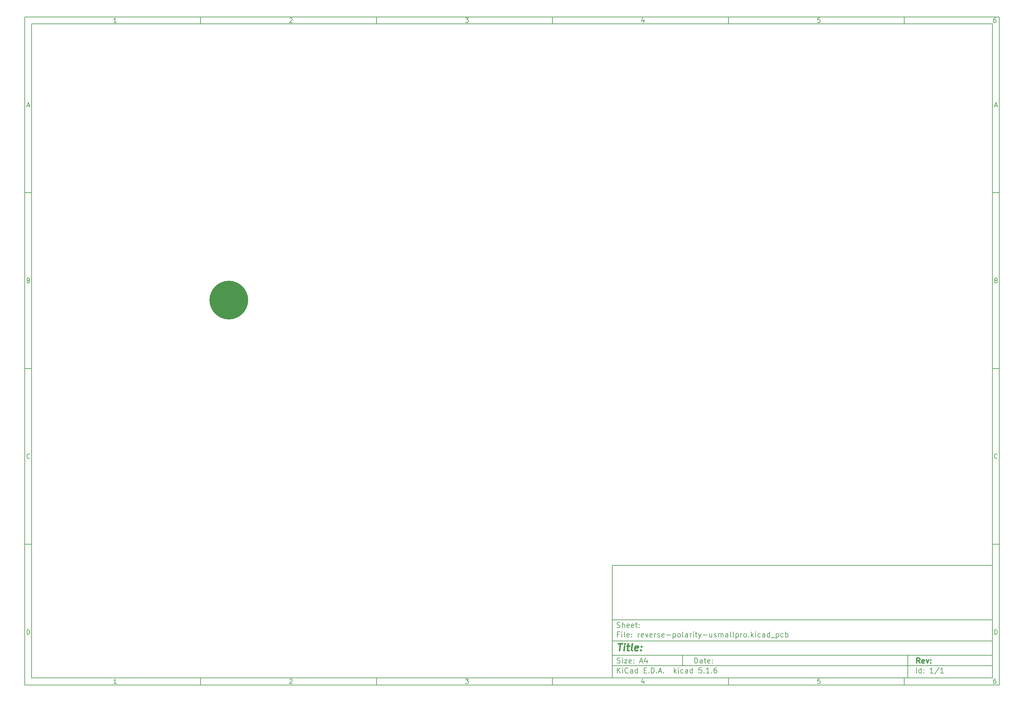
<source format=gbr>
G04 #@! TF.GenerationSoftware,KiCad,Pcbnew,5.1.6*
G04 #@! TF.CreationDate,2020-09-05T15:35:29+02:00*
G04 #@! TF.ProjectId,reverse-polarity-usmallpro,72657665-7273-4652-9d70-6f6c61726974,rev?*
G04 #@! TF.SameCoordinates,Original*
G04 #@! TF.FileFunction,Paste,Bot*
G04 #@! TF.FilePolarity,Positive*
%FSLAX46Y46*%
G04 Gerber Fmt 4.6, Leading zero omitted, Abs format (unit mm)*
G04 Created by KiCad (PCBNEW 5.1.6) date 2020-09-05 15:35:29*
%MOMM*%
%LPD*%
G01*
G04 APERTURE LIST*
%ADD10C,0.100000*%
%ADD11C,0.150000*%
%ADD12C,0.300000*%
%ADD13C,0.400000*%
%ADD14C,11.000000*%
G04 APERTURE END LIST*
D10*
D11*
X177002200Y-166007200D02*
X177002200Y-198007200D01*
X285002200Y-198007200D01*
X285002200Y-166007200D01*
X177002200Y-166007200D01*
D10*
D11*
X10000000Y-10000000D02*
X10000000Y-200007200D01*
X287002200Y-200007200D01*
X287002200Y-10000000D01*
X10000000Y-10000000D01*
D10*
D11*
X12000000Y-12000000D02*
X12000000Y-198007200D01*
X285002200Y-198007200D01*
X285002200Y-12000000D01*
X12000000Y-12000000D01*
D10*
D11*
X60000000Y-12000000D02*
X60000000Y-10000000D01*
D10*
D11*
X110000000Y-12000000D02*
X110000000Y-10000000D01*
D10*
D11*
X160000000Y-12000000D02*
X160000000Y-10000000D01*
D10*
D11*
X210000000Y-12000000D02*
X210000000Y-10000000D01*
D10*
D11*
X260000000Y-12000000D02*
X260000000Y-10000000D01*
D10*
D11*
X36065476Y-11588095D02*
X35322619Y-11588095D01*
X35694047Y-11588095D02*
X35694047Y-10288095D01*
X35570238Y-10473809D01*
X35446428Y-10597619D01*
X35322619Y-10659523D01*
D10*
D11*
X85322619Y-10411904D02*
X85384523Y-10350000D01*
X85508333Y-10288095D01*
X85817857Y-10288095D01*
X85941666Y-10350000D01*
X86003571Y-10411904D01*
X86065476Y-10535714D01*
X86065476Y-10659523D01*
X86003571Y-10845238D01*
X85260714Y-11588095D01*
X86065476Y-11588095D01*
D10*
D11*
X135260714Y-10288095D02*
X136065476Y-10288095D01*
X135632142Y-10783333D01*
X135817857Y-10783333D01*
X135941666Y-10845238D01*
X136003571Y-10907142D01*
X136065476Y-11030952D01*
X136065476Y-11340476D01*
X136003571Y-11464285D01*
X135941666Y-11526190D01*
X135817857Y-11588095D01*
X135446428Y-11588095D01*
X135322619Y-11526190D01*
X135260714Y-11464285D01*
D10*
D11*
X185941666Y-10721428D02*
X185941666Y-11588095D01*
X185632142Y-10226190D02*
X185322619Y-11154761D01*
X186127380Y-11154761D01*
D10*
D11*
X236003571Y-10288095D02*
X235384523Y-10288095D01*
X235322619Y-10907142D01*
X235384523Y-10845238D01*
X235508333Y-10783333D01*
X235817857Y-10783333D01*
X235941666Y-10845238D01*
X236003571Y-10907142D01*
X236065476Y-11030952D01*
X236065476Y-11340476D01*
X236003571Y-11464285D01*
X235941666Y-11526190D01*
X235817857Y-11588095D01*
X235508333Y-11588095D01*
X235384523Y-11526190D01*
X235322619Y-11464285D01*
D10*
D11*
X285941666Y-10288095D02*
X285694047Y-10288095D01*
X285570238Y-10350000D01*
X285508333Y-10411904D01*
X285384523Y-10597619D01*
X285322619Y-10845238D01*
X285322619Y-11340476D01*
X285384523Y-11464285D01*
X285446428Y-11526190D01*
X285570238Y-11588095D01*
X285817857Y-11588095D01*
X285941666Y-11526190D01*
X286003571Y-11464285D01*
X286065476Y-11340476D01*
X286065476Y-11030952D01*
X286003571Y-10907142D01*
X285941666Y-10845238D01*
X285817857Y-10783333D01*
X285570238Y-10783333D01*
X285446428Y-10845238D01*
X285384523Y-10907142D01*
X285322619Y-11030952D01*
D10*
D11*
X60000000Y-198007200D02*
X60000000Y-200007200D01*
D10*
D11*
X110000000Y-198007200D02*
X110000000Y-200007200D01*
D10*
D11*
X160000000Y-198007200D02*
X160000000Y-200007200D01*
D10*
D11*
X210000000Y-198007200D02*
X210000000Y-200007200D01*
D10*
D11*
X260000000Y-198007200D02*
X260000000Y-200007200D01*
D10*
D11*
X36065476Y-199595295D02*
X35322619Y-199595295D01*
X35694047Y-199595295D02*
X35694047Y-198295295D01*
X35570238Y-198481009D01*
X35446428Y-198604819D01*
X35322619Y-198666723D01*
D10*
D11*
X85322619Y-198419104D02*
X85384523Y-198357200D01*
X85508333Y-198295295D01*
X85817857Y-198295295D01*
X85941666Y-198357200D01*
X86003571Y-198419104D01*
X86065476Y-198542914D01*
X86065476Y-198666723D01*
X86003571Y-198852438D01*
X85260714Y-199595295D01*
X86065476Y-199595295D01*
D10*
D11*
X135260714Y-198295295D02*
X136065476Y-198295295D01*
X135632142Y-198790533D01*
X135817857Y-198790533D01*
X135941666Y-198852438D01*
X136003571Y-198914342D01*
X136065476Y-199038152D01*
X136065476Y-199347676D01*
X136003571Y-199471485D01*
X135941666Y-199533390D01*
X135817857Y-199595295D01*
X135446428Y-199595295D01*
X135322619Y-199533390D01*
X135260714Y-199471485D01*
D10*
D11*
X185941666Y-198728628D02*
X185941666Y-199595295D01*
X185632142Y-198233390D02*
X185322619Y-199161961D01*
X186127380Y-199161961D01*
D10*
D11*
X236003571Y-198295295D02*
X235384523Y-198295295D01*
X235322619Y-198914342D01*
X235384523Y-198852438D01*
X235508333Y-198790533D01*
X235817857Y-198790533D01*
X235941666Y-198852438D01*
X236003571Y-198914342D01*
X236065476Y-199038152D01*
X236065476Y-199347676D01*
X236003571Y-199471485D01*
X235941666Y-199533390D01*
X235817857Y-199595295D01*
X235508333Y-199595295D01*
X235384523Y-199533390D01*
X235322619Y-199471485D01*
D10*
D11*
X285941666Y-198295295D02*
X285694047Y-198295295D01*
X285570238Y-198357200D01*
X285508333Y-198419104D01*
X285384523Y-198604819D01*
X285322619Y-198852438D01*
X285322619Y-199347676D01*
X285384523Y-199471485D01*
X285446428Y-199533390D01*
X285570238Y-199595295D01*
X285817857Y-199595295D01*
X285941666Y-199533390D01*
X286003571Y-199471485D01*
X286065476Y-199347676D01*
X286065476Y-199038152D01*
X286003571Y-198914342D01*
X285941666Y-198852438D01*
X285817857Y-198790533D01*
X285570238Y-198790533D01*
X285446428Y-198852438D01*
X285384523Y-198914342D01*
X285322619Y-199038152D01*
D10*
D11*
X10000000Y-60000000D02*
X12000000Y-60000000D01*
D10*
D11*
X10000000Y-110000000D02*
X12000000Y-110000000D01*
D10*
D11*
X10000000Y-160000000D02*
X12000000Y-160000000D01*
D10*
D11*
X10690476Y-35216666D02*
X11309523Y-35216666D01*
X10566666Y-35588095D02*
X11000000Y-34288095D01*
X11433333Y-35588095D01*
D10*
D11*
X11092857Y-84907142D02*
X11278571Y-84969047D01*
X11340476Y-85030952D01*
X11402380Y-85154761D01*
X11402380Y-85340476D01*
X11340476Y-85464285D01*
X11278571Y-85526190D01*
X11154761Y-85588095D01*
X10659523Y-85588095D01*
X10659523Y-84288095D01*
X11092857Y-84288095D01*
X11216666Y-84350000D01*
X11278571Y-84411904D01*
X11340476Y-84535714D01*
X11340476Y-84659523D01*
X11278571Y-84783333D01*
X11216666Y-84845238D01*
X11092857Y-84907142D01*
X10659523Y-84907142D01*
D10*
D11*
X11402380Y-135464285D02*
X11340476Y-135526190D01*
X11154761Y-135588095D01*
X11030952Y-135588095D01*
X10845238Y-135526190D01*
X10721428Y-135402380D01*
X10659523Y-135278571D01*
X10597619Y-135030952D01*
X10597619Y-134845238D01*
X10659523Y-134597619D01*
X10721428Y-134473809D01*
X10845238Y-134350000D01*
X11030952Y-134288095D01*
X11154761Y-134288095D01*
X11340476Y-134350000D01*
X11402380Y-134411904D01*
D10*
D11*
X10659523Y-185588095D02*
X10659523Y-184288095D01*
X10969047Y-184288095D01*
X11154761Y-184350000D01*
X11278571Y-184473809D01*
X11340476Y-184597619D01*
X11402380Y-184845238D01*
X11402380Y-185030952D01*
X11340476Y-185278571D01*
X11278571Y-185402380D01*
X11154761Y-185526190D01*
X10969047Y-185588095D01*
X10659523Y-185588095D01*
D10*
D11*
X287002200Y-60000000D02*
X285002200Y-60000000D01*
D10*
D11*
X287002200Y-110000000D02*
X285002200Y-110000000D01*
D10*
D11*
X287002200Y-160000000D02*
X285002200Y-160000000D01*
D10*
D11*
X285692676Y-35216666D02*
X286311723Y-35216666D01*
X285568866Y-35588095D02*
X286002200Y-34288095D01*
X286435533Y-35588095D01*
D10*
D11*
X286095057Y-84907142D02*
X286280771Y-84969047D01*
X286342676Y-85030952D01*
X286404580Y-85154761D01*
X286404580Y-85340476D01*
X286342676Y-85464285D01*
X286280771Y-85526190D01*
X286156961Y-85588095D01*
X285661723Y-85588095D01*
X285661723Y-84288095D01*
X286095057Y-84288095D01*
X286218866Y-84350000D01*
X286280771Y-84411904D01*
X286342676Y-84535714D01*
X286342676Y-84659523D01*
X286280771Y-84783333D01*
X286218866Y-84845238D01*
X286095057Y-84907142D01*
X285661723Y-84907142D01*
D10*
D11*
X286404580Y-135464285D02*
X286342676Y-135526190D01*
X286156961Y-135588095D01*
X286033152Y-135588095D01*
X285847438Y-135526190D01*
X285723628Y-135402380D01*
X285661723Y-135278571D01*
X285599819Y-135030952D01*
X285599819Y-134845238D01*
X285661723Y-134597619D01*
X285723628Y-134473809D01*
X285847438Y-134350000D01*
X286033152Y-134288095D01*
X286156961Y-134288095D01*
X286342676Y-134350000D01*
X286404580Y-134411904D01*
D10*
D11*
X285661723Y-185588095D02*
X285661723Y-184288095D01*
X285971247Y-184288095D01*
X286156961Y-184350000D01*
X286280771Y-184473809D01*
X286342676Y-184597619D01*
X286404580Y-184845238D01*
X286404580Y-185030952D01*
X286342676Y-185278571D01*
X286280771Y-185402380D01*
X286156961Y-185526190D01*
X285971247Y-185588095D01*
X285661723Y-185588095D01*
D10*
D11*
X200434342Y-193785771D02*
X200434342Y-192285771D01*
X200791485Y-192285771D01*
X201005771Y-192357200D01*
X201148628Y-192500057D01*
X201220057Y-192642914D01*
X201291485Y-192928628D01*
X201291485Y-193142914D01*
X201220057Y-193428628D01*
X201148628Y-193571485D01*
X201005771Y-193714342D01*
X200791485Y-193785771D01*
X200434342Y-193785771D01*
X202577200Y-193785771D02*
X202577200Y-193000057D01*
X202505771Y-192857200D01*
X202362914Y-192785771D01*
X202077200Y-192785771D01*
X201934342Y-192857200D01*
X202577200Y-193714342D02*
X202434342Y-193785771D01*
X202077200Y-193785771D01*
X201934342Y-193714342D01*
X201862914Y-193571485D01*
X201862914Y-193428628D01*
X201934342Y-193285771D01*
X202077200Y-193214342D01*
X202434342Y-193214342D01*
X202577200Y-193142914D01*
X203077200Y-192785771D02*
X203648628Y-192785771D01*
X203291485Y-192285771D02*
X203291485Y-193571485D01*
X203362914Y-193714342D01*
X203505771Y-193785771D01*
X203648628Y-193785771D01*
X204720057Y-193714342D02*
X204577200Y-193785771D01*
X204291485Y-193785771D01*
X204148628Y-193714342D01*
X204077200Y-193571485D01*
X204077200Y-193000057D01*
X204148628Y-192857200D01*
X204291485Y-192785771D01*
X204577200Y-192785771D01*
X204720057Y-192857200D01*
X204791485Y-193000057D01*
X204791485Y-193142914D01*
X204077200Y-193285771D01*
X205434342Y-193642914D02*
X205505771Y-193714342D01*
X205434342Y-193785771D01*
X205362914Y-193714342D01*
X205434342Y-193642914D01*
X205434342Y-193785771D01*
X205434342Y-192857200D02*
X205505771Y-192928628D01*
X205434342Y-193000057D01*
X205362914Y-192928628D01*
X205434342Y-192857200D01*
X205434342Y-193000057D01*
D10*
D11*
X177002200Y-194507200D02*
X285002200Y-194507200D01*
D10*
D11*
X178434342Y-196585771D02*
X178434342Y-195085771D01*
X179291485Y-196585771D02*
X178648628Y-195728628D01*
X179291485Y-195085771D02*
X178434342Y-195942914D01*
X179934342Y-196585771D02*
X179934342Y-195585771D01*
X179934342Y-195085771D02*
X179862914Y-195157200D01*
X179934342Y-195228628D01*
X180005771Y-195157200D01*
X179934342Y-195085771D01*
X179934342Y-195228628D01*
X181505771Y-196442914D02*
X181434342Y-196514342D01*
X181220057Y-196585771D01*
X181077200Y-196585771D01*
X180862914Y-196514342D01*
X180720057Y-196371485D01*
X180648628Y-196228628D01*
X180577200Y-195942914D01*
X180577200Y-195728628D01*
X180648628Y-195442914D01*
X180720057Y-195300057D01*
X180862914Y-195157200D01*
X181077200Y-195085771D01*
X181220057Y-195085771D01*
X181434342Y-195157200D01*
X181505771Y-195228628D01*
X182791485Y-196585771D02*
X182791485Y-195800057D01*
X182720057Y-195657200D01*
X182577200Y-195585771D01*
X182291485Y-195585771D01*
X182148628Y-195657200D01*
X182791485Y-196514342D02*
X182648628Y-196585771D01*
X182291485Y-196585771D01*
X182148628Y-196514342D01*
X182077200Y-196371485D01*
X182077200Y-196228628D01*
X182148628Y-196085771D01*
X182291485Y-196014342D01*
X182648628Y-196014342D01*
X182791485Y-195942914D01*
X184148628Y-196585771D02*
X184148628Y-195085771D01*
X184148628Y-196514342D02*
X184005771Y-196585771D01*
X183720057Y-196585771D01*
X183577200Y-196514342D01*
X183505771Y-196442914D01*
X183434342Y-196300057D01*
X183434342Y-195871485D01*
X183505771Y-195728628D01*
X183577200Y-195657200D01*
X183720057Y-195585771D01*
X184005771Y-195585771D01*
X184148628Y-195657200D01*
X186005771Y-195800057D02*
X186505771Y-195800057D01*
X186720057Y-196585771D02*
X186005771Y-196585771D01*
X186005771Y-195085771D01*
X186720057Y-195085771D01*
X187362914Y-196442914D02*
X187434342Y-196514342D01*
X187362914Y-196585771D01*
X187291485Y-196514342D01*
X187362914Y-196442914D01*
X187362914Y-196585771D01*
X188077200Y-196585771D02*
X188077200Y-195085771D01*
X188434342Y-195085771D01*
X188648628Y-195157200D01*
X188791485Y-195300057D01*
X188862914Y-195442914D01*
X188934342Y-195728628D01*
X188934342Y-195942914D01*
X188862914Y-196228628D01*
X188791485Y-196371485D01*
X188648628Y-196514342D01*
X188434342Y-196585771D01*
X188077200Y-196585771D01*
X189577200Y-196442914D02*
X189648628Y-196514342D01*
X189577200Y-196585771D01*
X189505771Y-196514342D01*
X189577200Y-196442914D01*
X189577200Y-196585771D01*
X190220057Y-196157200D02*
X190934342Y-196157200D01*
X190077200Y-196585771D02*
X190577200Y-195085771D01*
X191077200Y-196585771D01*
X191577200Y-196442914D02*
X191648628Y-196514342D01*
X191577200Y-196585771D01*
X191505771Y-196514342D01*
X191577200Y-196442914D01*
X191577200Y-196585771D01*
X194577200Y-196585771D02*
X194577200Y-195085771D01*
X194720057Y-196014342D02*
X195148628Y-196585771D01*
X195148628Y-195585771D02*
X194577200Y-196157200D01*
X195791485Y-196585771D02*
X195791485Y-195585771D01*
X195791485Y-195085771D02*
X195720057Y-195157200D01*
X195791485Y-195228628D01*
X195862914Y-195157200D01*
X195791485Y-195085771D01*
X195791485Y-195228628D01*
X197148628Y-196514342D02*
X197005771Y-196585771D01*
X196720057Y-196585771D01*
X196577200Y-196514342D01*
X196505771Y-196442914D01*
X196434342Y-196300057D01*
X196434342Y-195871485D01*
X196505771Y-195728628D01*
X196577200Y-195657200D01*
X196720057Y-195585771D01*
X197005771Y-195585771D01*
X197148628Y-195657200D01*
X198434342Y-196585771D02*
X198434342Y-195800057D01*
X198362914Y-195657200D01*
X198220057Y-195585771D01*
X197934342Y-195585771D01*
X197791485Y-195657200D01*
X198434342Y-196514342D02*
X198291485Y-196585771D01*
X197934342Y-196585771D01*
X197791485Y-196514342D01*
X197720057Y-196371485D01*
X197720057Y-196228628D01*
X197791485Y-196085771D01*
X197934342Y-196014342D01*
X198291485Y-196014342D01*
X198434342Y-195942914D01*
X199791485Y-196585771D02*
X199791485Y-195085771D01*
X199791485Y-196514342D02*
X199648628Y-196585771D01*
X199362914Y-196585771D01*
X199220057Y-196514342D01*
X199148628Y-196442914D01*
X199077200Y-196300057D01*
X199077200Y-195871485D01*
X199148628Y-195728628D01*
X199220057Y-195657200D01*
X199362914Y-195585771D01*
X199648628Y-195585771D01*
X199791485Y-195657200D01*
X202362914Y-195085771D02*
X201648628Y-195085771D01*
X201577200Y-195800057D01*
X201648628Y-195728628D01*
X201791485Y-195657200D01*
X202148628Y-195657200D01*
X202291485Y-195728628D01*
X202362914Y-195800057D01*
X202434342Y-195942914D01*
X202434342Y-196300057D01*
X202362914Y-196442914D01*
X202291485Y-196514342D01*
X202148628Y-196585771D01*
X201791485Y-196585771D01*
X201648628Y-196514342D01*
X201577200Y-196442914D01*
X203077200Y-196442914D02*
X203148628Y-196514342D01*
X203077200Y-196585771D01*
X203005771Y-196514342D01*
X203077200Y-196442914D01*
X203077200Y-196585771D01*
X204577200Y-196585771D02*
X203720057Y-196585771D01*
X204148628Y-196585771D02*
X204148628Y-195085771D01*
X204005771Y-195300057D01*
X203862914Y-195442914D01*
X203720057Y-195514342D01*
X205220057Y-196442914D02*
X205291485Y-196514342D01*
X205220057Y-196585771D01*
X205148628Y-196514342D01*
X205220057Y-196442914D01*
X205220057Y-196585771D01*
X206577200Y-195085771D02*
X206291485Y-195085771D01*
X206148628Y-195157200D01*
X206077200Y-195228628D01*
X205934342Y-195442914D01*
X205862914Y-195728628D01*
X205862914Y-196300057D01*
X205934342Y-196442914D01*
X206005771Y-196514342D01*
X206148628Y-196585771D01*
X206434342Y-196585771D01*
X206577200Y-196514342D01*
X206648628Y-196442914D01*
X206720057Y-196300057D01*
X206720057Y-195942914D01*
X206648628Y-195800057D01*
X206577200Y-195728628D01*
X206434342Y-195657200D01*
X206148628Y-195657200D01*
X206005771Y-195728628D01*
X205934342Y-195800057D01*
X205862914Y-195942914D01*
D10*
D11*
X177002200Y-191507200D02*
X285002200Y-191507200D01*
D10*
D12*
X264411485Y-193785771D02*
X263911485Y-193071485D01*
X263554342Y-193785771D02*
X263554342Y-192285771D01*
X264125771Y-192285771D01*
X264268628Y-192357200D01*
X264340057Y-192428628D01*
X264411485Y-192571485D01*
X264411485Y-192785771D01*
X264340057Y-192928628D01*
X264268628Y-193000057D01*
X264125771Y-193071485D01*
X263554342Y-193071485D01*
X265625771Y-193714342D02*
X265482914Y-193785771D01*
X265197200Y-193785771D01*
X265054342Y-193714342D01*
X264982914Y-193571485D01*
X264982914Y-193000057D01*
X265054342Y-192857200D01*
X265197200Y-192785771D01*
X265482914Y-192785771D01*
X265625771Y-192857200D01*
X265697200Y-193000057D01*
X265697200Y-193142914D01*
X264982914Y-193285771D01*
X266197200Y-192785771D02*
X266554342Y-193785771D01*
X266911485Y-192785771D01*
X267482914Y-193642914D02*
X267554342Y-193714342D01*
X267482914Y-193785771D01*
X267411485Y-193714342D01*
X267482914Y-193642914D01*
X267482914Y-193785771D01*
X267482914Y-192857200D02*
X267554342Y-192928628D01*
X267482914Y-193000057D01*
X267411485Y-192928628D01*
X267482914Y-192857200D01*
X267482914Y-193000057D01*
D10*
D11*
X178362914Y-193714342D02*
X178577200Y-193785771D01*
X178934342Y-193785771D01*
X179077200Y-193714342D01*
X179148628Y-193642914D01*
X179220057Y-193500057D01*
X179220057Y-193357200D01*
X179148628Y-193214342D01*
X179077200Y-193142914D01*
X178934342Y-193071485D01*
X178648628Y-193000057D01*
X178505771Y-192928628D01*
X178434342Y-192857200D01*
X178362914Y-192714342D01*
X178362914Y-192571485D01*
X178434342Y-192428628D01*
X178505771Y-192357200D01*
X178648628Y-192285771D01*
X179005771Y-192285771D01*
X179220057Y-192357200D01*
X179862914Y-193785771D02*
X179862914Y-192785771D01*
X179862914Y-192285771D02*
X179791485Y-192357200D01*
X179862914Y-192428628D01*
X179934342Y-192357200D01*
X179862914Y-192285771D01*
X179862914Y-192428628D01*
X180434342Y-192785771D02*
X181220057Y-192785771D01*
X180434342Y-193785771D01*
X181220057Y-193785771D01*
X182362914Y-193714342D02*
X182220057Y-193785771D01*
X181934342Y-193785771D01*
X181791485Y-193714342D01*
X181720057Y-193571485D01*
X181720057Y-193000057D01*
X181791485Y-192857200D01*
X181934342Y-192785771D01*
X182220057Y-192785771D01*
X182362914Y-192857200D01*
X182434342Y-193000057D01*
X182434342Y-193142914D01*
X181720057Y-193285771D01*
X183077200Y-193642914D02*
X183148628Y-193714342D01*
X183077200Y-193785771D01*
X183005771Y-193714342D01*
X183077200Y-193642914D01*
X183077200Y-193785771D01*
X183077200Y-192857200D02*
X183148628Y-192928628D01*
X183077200Y-193000057D01*
X183005771Y-192928628D01*
X183077200Y-192857200D01*
X183077200Y-193000057D01*
X184862914Y-193357200D02*
X185577200Y-193357200D01*
X184720057Y-193785771D02*
X185220057Y-192285771D01*
X185720057Y-193785771D01*
X186862914Y-192785771D02*
X186862914Y-193785771D01*
X186505771Y-192214342D02*
X186148628Y-193285771D01*
X187077200Y-193285771D01*
D10*
D11*
X263434342Y-196585771D02*
X263434342Y-195085771D01*
X264791485Y-196585771D02*
X264791485Y-195085771D01*
X264791485Y-196514342D02*
X264648628Y-196585771D01*
X264362914Y-196585771D01*
X264220057Y-196514342D01*
X264148628Y-196442914D01*
X264077200Y-196300057D01*
X264077200Y-195871485D01*
X264148628Y-195728628D01*
X264220057Y-195657200D01*
X264362914Y-195585771D01*
X264648628Y-195585771D01*
X264791485Y-195657200D01*
X265505771Y-196442914D02*
X265577200Y-196514342D01*
X265505771Y-196585771D01*
X265434342Y-196514342D01*
X265505771Y-196442914D01*
X265505771Y-196585771D01*
X265505771Y-195657200D02*
X265577200Y-195728628D01*
X265505771Y-195800057D01*
X265434342Y-195728628D01*
X265505771Y-195657200D01*
X265505771Y-195800057D01*
X268148628Y-196585771D02*
X267291485Y-196585771D01*
X267720057Y-196585771D02*
X267720057Y-195085771D01*
X267577200Y-195300057D01*
X267434342Y-195442914D01*
X267291485Y-195514342D01*
X269862914Y-195014342D02*
X268577200Y-196942914D01*
X271148628Y-196585771D02*
X270291485Y-196585771D01*
X270720057Y-196585771D02*
X270720057Y-195085771D01*
X270577200Y-195300057D01*
X270434342Y-195442914D01*
X270291485Y-195514342D01*
D10*
D11*
X177002200Y-187507200D02*
X285002200Y-187507200D01*
D10*
D13*
X178714580Y-188211961D02*
X179857438Y-188211961D01*
X179036009Y-190211961D02*
X179286009Y-188211961D01*
X180274104Y-190211961D02*
X180440771Y-188878628D01*
X180524104Y-188211961D02*
X180416961Y-188307200D01*
X180500295Y-188402438D01*
X180607438Y-188307200D01*
X180524104Y-188211961D01*
X180500295Y-188402438D01*
X181107438Y-188878628D02*
X181869342Y-188878628D01*
X181476485Y-188211961D02*
X181262200Y-189926247D01*
X181333628Y-190116723D01*
X181512200Y-190211961D01*
X181702676Y-190211961D01*
X182655057Y-190211961D02*
X182476485Y-190116723D01*
X182405057Y-189926247D01*
X182619342Y-188211961D01*
X184190771Y-190116723D02*
X183988390Y-190211961D01*
X183607438Y-190211961D01*
X183428866Y-190116723D01*
X183357438Y-189926247D01*
X183452676Y-189164342D01*
X183571723Y-188973866D01*
X183774104Y-188878628D01*
X184155057Y-188878628D01*
X184333628Y-188973866D01*
X184405057Y-189164342D01*
X184381247Y-189354819D01*
X183405057Y-189545295D01*
X185155057Y-190021485D02*
X185238390Y-190116723D01*
X185131247Y-190211961D01*
X185047914Y-190116723D01*
X185155057Y-190021485D01*
X185131247Y-190211961D01*
X185286009Y-188973866D02*
X185369342Y-189069104D01*
X185262200Y-189164342D01*
X185178866Y-189069104D01*
X185286009Y-188973866D01*
X185262200Y-189164342D01*
D10*
D11*
X178934342Y-185600057D02*
X178434342Y-185600057D01*
X178434342Y-186385771D02*
X178434342Y-184885771D01*
X179148628Y-184885771D01*
X179720057Y-186385771D02*
X179720057Y-185385771D01*
X179720057Y-184885771D02*
X179648628Y-184957200D01*
X179720057Y-185028628D01*
X179791485Y-184957200D01*
X179720057Y-184885771D01*
X179720057Y-185028628D01*
X180648628Y-186385771D02*
X180505771Y-186314342D01*
X180434342Y-186171485D01*
X180434342Y-184885771D01*
X181791485Y-186314342D02*
X181648628Y-186385771D01*
X181362914Y-186385771D01*
X181220057Y-186314342D01*
X181148628Y-186171485D01*
X181148628Y-185600057D01*
X181220057Y-185457200D01*
X181362914Y-185385771D01*
X181648628Y-185385771D01*
X181791485Y-185457200D01*
X181862914Y-185600057D01*
X181862914Y-185742914D01*
X181148628Y-185885771D01*
X182505771Y-186242914D02*
X182577200Y-186314342D01*
X182505771Y-186385771D01*
X182434342Y-186314342D01*
X182505771Y-186242914D01*
X182505771Y-186385771D01*
X182505771Y-185457200D02*
X182577200Y-185528628D01*
X182505771Y-185600057D01*
X182434342Y-185528628D01*
X182505771Y-185457200D01*
X182505771Y-185600057D01*
X184362914Y-186385771D02*
X184362914Y-185385771D01*
X184362914Y-185671485D02*
X184434342Y-185528628D01*
X184505771Y-185457200D01*
X184648628Y-185385771D01*
X184791485Y-185385771D01*
X185862914Y-186314342D02*
X185720057Y-186385771D01*
X185434342Y-186385771D01*
X185291485Y-186314342D01*
X185220057Y-186171485D01*
X185220057Y-185600057D01*
X185291485Y-185457200D01*
X185434342Y-185385771D01*
X185720057Y-185385771D01*
X185862914Y-185457200D01*
X185934342Y-185600057D01*
X185934342Y-185742914D01*
X185220057Y-185885771D01*
X186434342Y-185385771D02*
X186791485Y-186385771D01*
X187148628Y-185385771D01*
X188291485Y-186314342D02*
X188148628Y-186385771D01*
X187862914Y-186385771D01*
X187720057Y-186314342D01*
X187648628Y-186171485D01*
X187648628Y-185600057D01*
X187720057Y-185457200D01*
X187862914Y-185385771D01*
X188148628Y-185385771D01*
X188291485Y-185457200D01*
X188362914Y-185600057D01*
X188362914Y-185742914D01*
X187648628Y-185885771D01*
X189005771Y-186385771D02*
X189005771Y-185385771D01*
X189005771Y-185671485D02*
X189077200Y-185528628D01*
X189148628Y-185457200D01*
X189291485Y-185385771D01*
X189434342Y-185385771D01*
X189862914Y-186314342D02*
X190005771Y-186385771D01*
X190291485Y-186385771D01*
X190434342Y-186314342D01*
X190505771Y-186171485D01*
X190505771Y-186100057D01*
X190434342Y-185957200D01*
X190291485Y-185885771D01*
X190077200Y-185885771D01*
X189934342Y-185814342D01*
X189862914Y-185671485D01*
X189862914Y-185600057D01*
X189934342Y-185457200D01*
X190077200Y-185385771D01*
X190291485Y-185385771D01*
X190434342Y-185457200D01*
X191720057Y-186314342D02*
X191577200Y-186385771D01*
X191291485Y-186385771D01*
X191148628Y-186314342D01*
X191077200Y-186171485D01*
X191077200Y-185600057D01*
X191148628Y-185457200D01*
X191291485Y-185385771D01*
X191577200Y-185385771D01*
X191720057Y-185457200D01*
X191791485Y-185600057D01*
X191791485Y-185742914D01*
X191077200Y-185885771D01*
X192434342Y-185814342D02*
X193577200Y-185814342D01*
X194291485Y-185385771D02*
X194291485Y-186885771D01*
X194291485Y-185457200D02*
X194434342Y-185385771D01*
X194720057Y-185385771D01*
X194862914Y-185457200D01*
X194934342Y-185528628D01*
X195005771Y-185671485D01*
X195005771Y-186100057D01*
X194934342Y-186242914D01*
X194862914Y-186314342D01*
X194720057Y-186385771D01*
X194434342Y-186385771D01*
X194291485Y-186314342D01*
X195862914Y-186385771D02*
X195720057Y-186314342D01*
X195648628Y-186242914D01*
X195577200Y-186100057D01*
X195577200Y-185671485D01*
X195648628Y-185528628D01*
X195720057Y-185457200D01*
X195862914Y-185385771D01*
X196077200Y-185385771D01*
X196220057Y-185457200D01*
X196291485Y-185528628D01*
X196362914Y-185671485D01*
X196362914Y-186100057D01*
X196291485Y-186242914D01*
X196220057Y-186314342D01*
X196077200Y-186385771D01*
X195862914Y-186385771D01*
X197220057Y-186385771D02*
X197077200Y-186314342D01*
X197005771Y-186171485D01*
X197005771Y-184885771D01*
X198434342Y-186385771D02*
X198434342Y-185600057D01*
X198362914Y-185457200D01*
X198220057Y-185385771D01*
X197934342Y-185385771D01*
X197791485Y-185457200D01*
X198434342Y-186314342D02*
X198291485Y-186385771D01*
X197934342Y-186385771D01*
X197791485Y-186314342D01*
X197720057Y-186171485D01*
X197720057Y-186028628D01*
X197791485Y-185885771D01*
X197934342Y-185814342D01*
X198291485Y-185814342D01*
X198434342Y-185742914D01*
X199148628Y-186385771D02*
X199148628Y-185385771D01*
X199148628Y-185671485D02*
X199220057Y-185528628D01*
X199291485Y-185457200D01*
X199434342Y-185385771D01*
X199577200Y-185385771D01*
X200077200Y-186385771D02*
X200077200Y-185385771D01*
X200077200Y-184885771D02*
X200005771Y-184957200D01*
X200077200Y-185028628D01*
X200148628Y-184957200D01*
X200077200Y-184885771D01*
X200077200Y-185028628D01*
X200577200Y-185385771D02*
X201148628Y-185385771D01*
X200791485Y-184885771D02*
X200791485Y-186171485D01*
X200862914Y-186314342D01*
X201005771Y-186385771D01*
X201148628Y-186385771D01*
X201505771Y-185385771D02*
X201862914Y-186385771D01*
X202220057Y-185385771D02*
X201862914Y-186385771D01*
X201720057Y-186742914D01*
X201648628Y-186814342D01*
X201505771Y-186885771D01*
X202791485Y-185814342D02*
X203934342Y-185814342D01*
X205291485Y-185385771D02*
X205291485Y-186385771D01*
X204648628Y-185385771D02*
X204648628Y-186171485D01*
X204720057Y-186314342D01*
X204862914Y-186385771D01*
X205077200Y-186385771D01*
X205220057Y-186314342D01*
X205291485Y-186242914D01*
X205934342Y-186314342D02*
X206077200Y-186385771D01*
X206362914Y-186385771D01*
X206505771Y-186314342D01*
X206577200Y-186171485D01*
X206577200Y-186100057D01*
X206505771Y-185957200D01*
X206362914Y-185885771D01*
X206148628Y-185885771D01*
X206005771Y-185814342D01*
X205934342Y-185671485D01*
X205934342Y-185600057D01*
X206005771Y-185457200D01*
X206148628Y-185385771D01*
X206362914Y-185385771D01*
X206505771Y-185457200D01*
X207220057Y-186385771D02*
X207220057Y-185385771D01*
X207220057Y-185528628D02*
X207291485Y-185457200D01*
X207434342Y-185385771D01*
X207648628Y-185385771D01*
X207791485Y-185457200D01*
X207862914Y-185600057D01*
X207862914Y-186385771D01*
X207862914Y-185600057D02*
X207934342Y-185457200D01*
X208077200Y-185385771D01*
X208291485Y-185385771D01*
X208434342Y-185457200D01*
X208505771Y-185600057D01*
X208505771Y-186385771D01*
X209862914Y-186385771D02*
X209862914Y-185600057D01*
X209791485Y-185457200D01*
X209648628Y-185385771D01*
X209362914Y-185385771D01*
X209220057Y-185457200D01*
X209862914Y-186314342D02*
X209720057Y-186385771D01*
X209362914Y-186385771D01*
X209220057Y-186314342D01*
X209148628Y-186171485D01*
X209148628Y-186028628D01*
X209220057Y-185885771D01*
X209362914Y-185814342D01*
X209720057Y-185814342D01*
X209862914Y-185742914D01*
X210791485Y-186385771D02*
X210648628Y-186314342D01*
X210577200Y-186171485D01*
X210577200Y-184885771D01*
X211577200Y-186385771D02*
X211434342Y-186314342D01*
X211362914Y-186171485D01*
X211362914Y-184885771D01*
X212148628Y-185385771D02*
X212148628Y-186885771D01*
X212148628Y-185457200D02*
X212291485Y-185385771D01*
X212577200Y-185385771D01*
X212720057Y-185457200D01*
X212791485Y-185528628D01*
X212862914Y-185671485D01*
X212862914Y-186100057D01*
X212791485Y-186242914D01*
X212720057Y-186314342D01*
X212577200Y-186385771D01*
X212291485Y-186385771D01*
X212148628Y-186314342D01*
X213505771Y-186385771D02*
X213505771Y-185385771D01*
X213505771Y-185671485D02*
X213577200Y-185528628D01*
X213648628Y-185457200D01*
X213791485Y-185385771D01*
X213934342Y-185385771D01*
X214648628Y-186385771D02*
X214505771Y-186314342D01*
X214434342Y-186242914D01*
X214362914Y-186100057D01*
X214362914Y-185671485D01*
X214434342Y-185528628D01*
X214505771Y-185457200D01*
X214648628Y-185385771D01*
X214862914Y-185385771D01*
X215005771Y-185457200D01*
X215077200Y-185528628D01*
X215148628Y-185671485D01*
X215148628Y-186100057D01*
X215077200Y-186242914D01*
X215005771Y-186314342D01*
X214862914Y-186385771D01*
X214648628Y-186385771D01*
X215791485Y-186242914D02*
X215862914Y-186314342D01*
X215791485Y-186385771D01*
X215720057Y-186314342D01*
X215791485Y-186242914D01*
X215791485Y-186385771D01*
X216505771Y-186385771D02*
X216505771Y-184885771D01*
X216648628Y-185814342D02*
X217077200Y-186385771D01*
X217077200Y-185385771D02*
X216505771Y-185957200D01*
X217720057Y-186385771D02*
X217720057Y-185385771D01*
X217720057Y-184885771D02*
X217648628Y-184957200D01*
X217720057Y-185028628D01*
X217791485Y-184957200D01*
X217720057Y-184885771D01*
X217720057Y-185028628D01*
X219077200Y-186314342D02*
X218934342Y-186385771D01*
X218648628Y-186385771D01*
X218505771Y-186314342D01*
X218434342Y-186242914D01*
X218362914Y-186100057D01*
X218362914Y-185671485D01*
X218434342Y-185528628D01*
X218505771Y-185457200D01*
X218648628Y-185385771D01*
X218934342Y-185385771D01*
X219077200Y-185457200D01*
X220362914Y-186385771D02*
X220362914Y-185600057D01*
X220291485Y-185457200D01*
X220148628Y-185385771D01*
X219862914Y-185385771D01*
X219720057Y-185457200D01*
X220362914Y-186314342D02*
X220220057Y-186385771D01*
X219862914Y-186385771D01*
X219720057Y-186314342D01*
X219648628Y-186171485D01*
X219648628Y-186028628D01*
X219720057Y-185885771D01*
X219862914Y-185814342D01*
X220220057Y-185814342D01*
X220362914Y-185742914D01*
X221720057Y-186385771D02*
X221720057Y-184885771D01*
X221720057Y-186314342D02*
X221577200Y-186385771D01*
X221291485Y-186385771D01*
X221148628Y-186314342D01*
X221077200Y-186242914D01*
X221005771Y-186100057D01*
X221005771Y-185671485D01*
X221077200Y-185528628D01*
X221148628Y-185457200D01*
X221291485Y-185385771D01*
X221577200Y-185385771D01*
X221720057Y-185457200D01*
X222077200Y-186528628D02*
X223220057Y-186528628D01*
X223577200Y-185385771D02*
X223577200Y-186885771D01*
X223577200Y-185457200D02*
X223720057Y-185385771D01*
X224005771Y-185385771D01*
X224148628Y-185457200D01*
X224220057Y-185528628D01*
X224291485Y-185671485D01*
X224291485Y-186100057D01*
X224220057Y-186242914D01*
X224148628Y-186314342D01*
X224005771Y-186385771D01*
X223720057Y-186385771D01*
X223577200Y-186314342D01*
X225577200Y-186314342D02*
X225434342Y-186385771D01*
X225148628Y-186385771D01*
X225005771Y-186314342D01*
X224934342Y-186242914D01*
X224862914Y-186100057D01*
X224862914Y-185671485D01*
X224934342Y-185528628D01*
X225005771Y-185457200D01*
X225148628Y-185385771D01*
X225434342Y-185385771D01*
X225577200Y-185457200D01*
X226220057Y-186385771D02*
X226220057Y-184885771D01*
X226220057Y-185457200D02*
X226362914Y-185385771D01*
X226648628Y-185385771D01*
X226791485Y-185457200D01*
X226862914Y-185528628D01*
X226934342Y-185671485D01*
X226934342Y-186100057D01*
X226862914Y-186242914D01*
X226791485Y-186314342D01*
X226648628Y-186385771D01*
X226362914Y-186385771D01*
X226220057Y-186314342D01*
D10*
D11*
X177002200Y-181507200D02*
X285002200Y-181507200D01*
D10*
D11*
X178362914Y-183614342D02*
X178577200Y-183685771D01*
X178934342Y-183685771D01*
X179077200Y-183614342D01*
X179148628Y-183542914D01*
X179220057Y-183400057D01*
X179220057Y-183257200D01*
X179148628Y-183114342D01*
X179077200Y-183042914D01*
X178934342Y-182971485D01*
X178648628Y-182900057D01*
X178505771Y-182828628D01*
X178434342Y-182757200D01*
X178362914Y-182614342D01*
X178362914Y-182471485D01*
X178434342Y-182328628D01*
X178505771Y-182257200D01*
X178648628Y-182185771D01*
X179005771Y-182185771D01*
X179220057Y-182257200D01*
X179862914Y-183685771D02*
X179862914Y-182185771D01*
X180505771Y-183685771D02*
X180505771Y-182900057D01*
X180434342Y-182757200D01*
X180291485Y-182685771D01*
X180077200Y-182685771D01*
X179934342Y-182757200D01*
X179862914Y-182828628D01*
X181791485Y-183614342D02*
X181648628Y-183685771D01*
X181362914Y-183685771D01*
X181220057Y-183614342D01*
X181148628Y-183471485D01*
X181148628Y-182900057D01*
X181220057Y-182757200D01*
X181362914Y-182685771D01*
X181648628Y-182685771D01*
X181791485Y-182757200D01*
X181862914Y-182900057D01*
X181862914Y-183042914D01*
X181148628Y-183185771D01*
X183077200Y-183614342D02*
X182934342Y-183685771D01*
X182648628Y-183685771D01*
X182505771Y-183614342D01*
X182434342Y-183471485D01*
X182434342Y-182900057D01*
X182505771Y-182757200D01*
X182648628Y-182685771D01*
X182934342Y-182685771D01*
X183077200Y-182757200D01*
X183148628Y-182900057D01*
X183148628Y-183042914D01*
X182434342Y-183185771D01*
X183577200Y-182685771D02*
X184148628Y-182685771D01*
X183791485Y-182185771D02*
X183791485Y-183471485D01*
X183862914Y-183614342D01*
X184005771Y-183685771D01*
X184148628Y-183685771D01*
X184648628Y-183542914D02*
X184720057Y-183614342D01*
X184648628Y-183685771D01*
X184577200Y-183614342D01*
X184648628Y-183542914D01*
X184648628Y-183685771D01*
X184648628Y-182757200D02*
X184720057Y-182828628D01*
X184648628Y-182900057D01*
X184577200Y-182828628D01*
X184648628Y-182757200D01*
X184648628Y-182900057D01*
D10*
D11*
X197002200Y-191507200D02*
X197002200Y-194507200D01*
D10*
D11*
X261002200Y-191507200D02*
X261002200Y-198007200D01*
D14*
X68000000Y-90500000D03*
M02*

</source>
